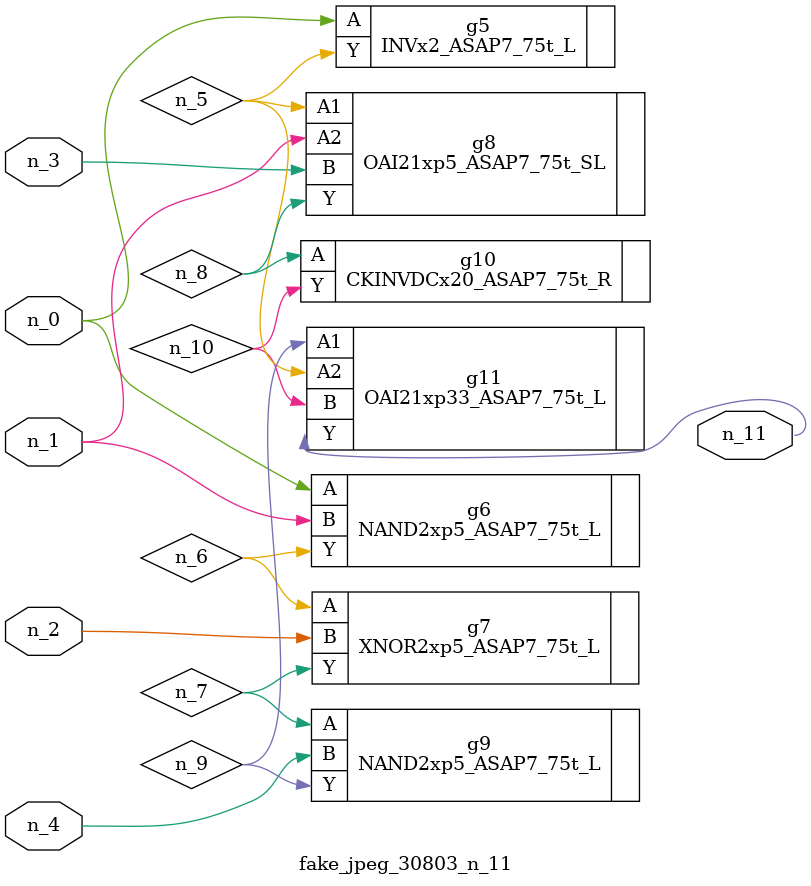
<source format=v>
module fake_jpeg_30803_n_11 (n_3, n_2, n_1, n_0, n_4, n_11);

input n_3;
input n_2;
input n_1;
input n_0;
input n_4;

output n_11;

wire n_10;
wire n_8;
wire n_9;
wire n_6;
wire n_5;
wire n_7;

INVx2_ASAP7_75t_L g5 ( 
.A(n_0),
.Y(n_5)
);

NAND2xp5_ASAP7_75t_L g6 ( 
.A(n_0),
.B(n_1),
.Y(n_6)
);

XNOR2xp5_ASAP7_75t_L g7 ( 
.A(n_6),
.B(n_2),
.Y(n_7)
);

NAND2xp5_ASAP7_75t_L g9 ( 
.A(n_7),
.B(n_4),
.Y(n_9)
);

OAI21xp5_ASAP7_75t_SL g8 ( 
.A1(n_5),
.A2(n_1),
.B(n_3),
.Y(n_8)
);

CKINVDCx20_ASAP7_75t_R g10 ( 
.A(n_8),
.Y(n_10)
);

OAI21xp33_ASAP7_75t_L g11 ( 
.A1(n_9),
.A2(n_5),
.B(n_10),
.Y(n_11)
);


endmodule
</source>
